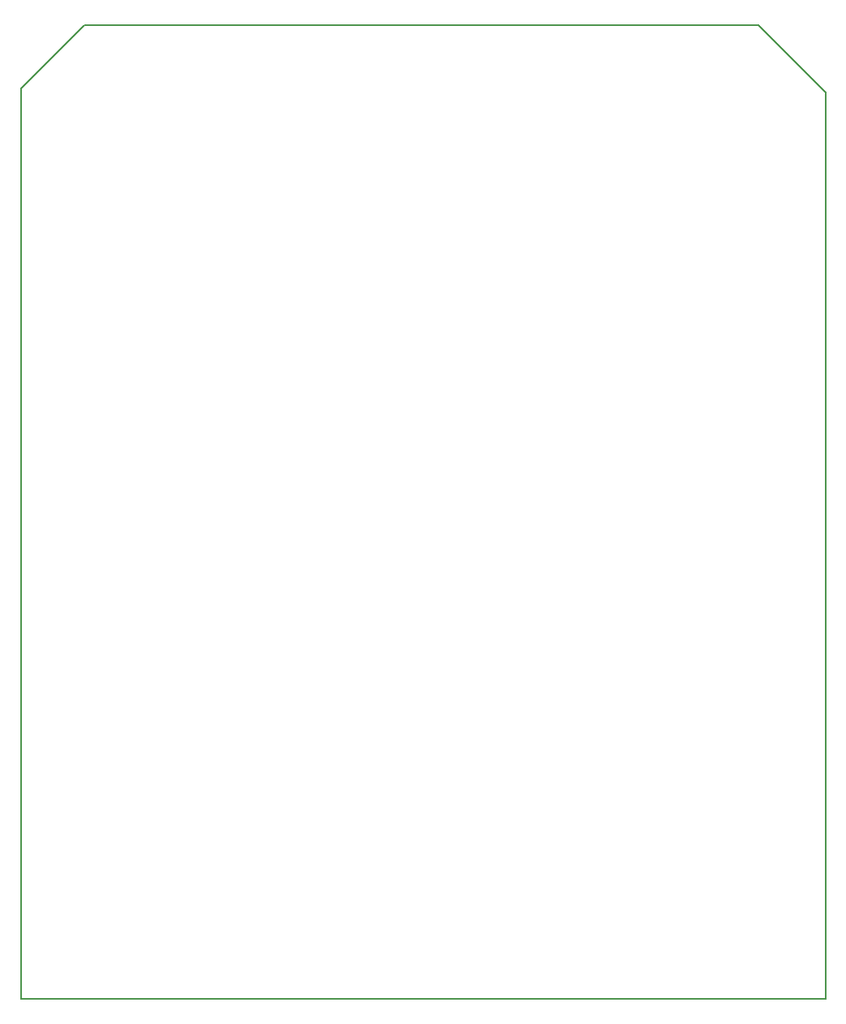
<source format=gbr>
G04 GENERATED BY PULSONIX 12.5 GERBER.DLL 9362*
G04 #@! TF.GenerationSoftware,Pulsonix,Pulsonix,12.5.9360*
G04 #@! TF.CreationDate,2023-08-16T02:30:58+04:00*
G04 #@! TF.Part,Single*
%INCOMPARATOR INTERFACE V2*%
%LNBOARD OUTLINE*%
%FSLAX35Y35*%
%LPD*%
%MOIN*%
G04 #@! TF.FileFunction,Other,Board Outline*
G04 #@! TF.FilePolarity,Positive*
G04 #@! TA.AperFunction,Profile*
%ADD152C,0.00600*%
G04 #@! TD.AperFunction*
X0Y0D02*
D02*
D152*
X26284Y1453600D02*
X303450D01*
X331009Y1426041D01*
Y1053600D01*
X300D01*
Y1427616D01*
X26284Y1453600D01*
X0Y0D02*
M02*

</source>
